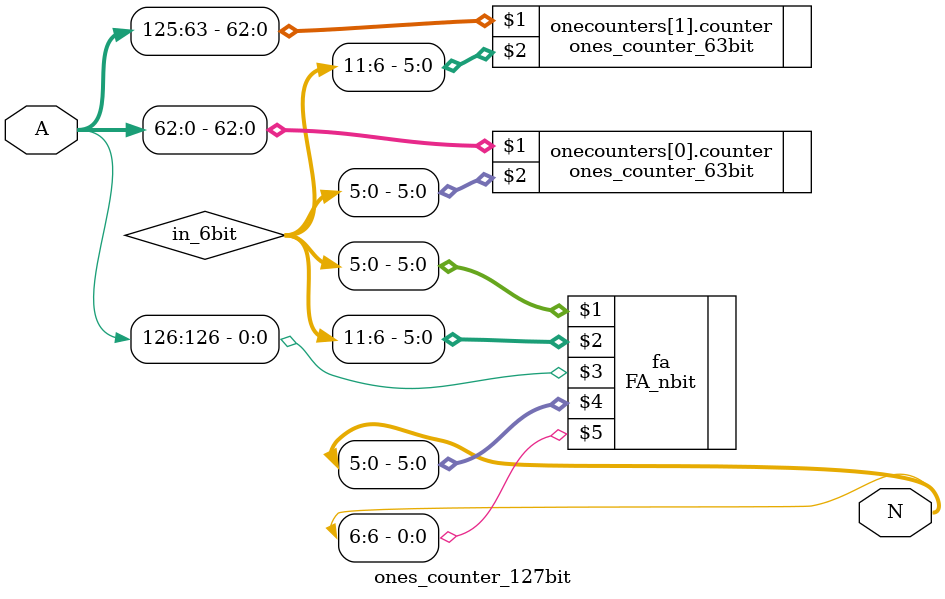
<source format=sv>
`timescale 1ns/1ns

module ones_counter_127bit (input [126:0] A, output [6:0] N);

	wire [11:0] in_6bit;
	genvar i;

	generate
	for (i=0; i < 2; i = i + 1) begin: onecounters
		ones_counter_63bit counter(A[i*63+62:i*63], in_6bit[i*6+5:i*6]);
	end
	endgenerate


	parameter m = 6;
	FA_nbit #(m) fa(in_6bit[5:0], in_6bit[11:6], A[126], N[5:0], N[6]);

endmodule

</source>
